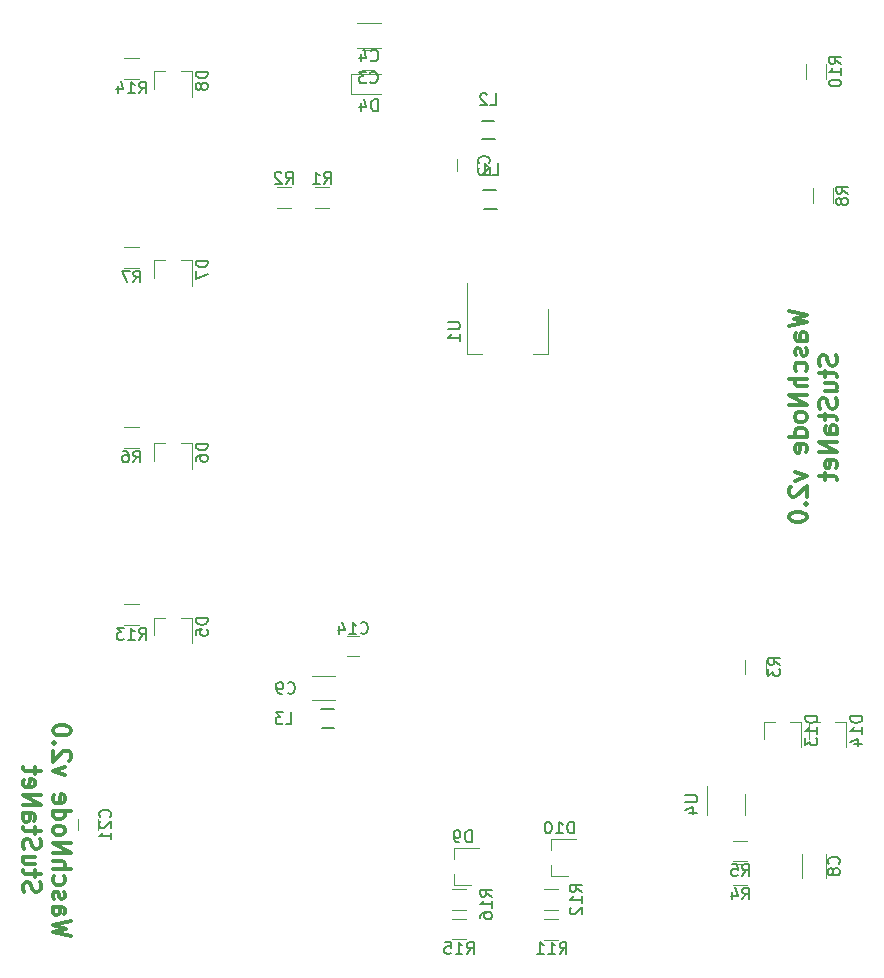
<source format=gbr>
G04 #@! TF.GenerationSoftware,KiCad,Pcbnew,5.0.0*
G04 #@! TF.CreationDate,2018-07-21T14:27:13+02:00*
G04 #@! TF.ProjectId,node_1,6E6F64655F312E6B696361645F706362,rev?*
G04 #@! TF.SameCoordinates,Original*
G04 #@! TF.FileFunction,Legend,Bot*
G04 #@! TF.FilePolarity,Positive*
%FSLAX46Y46*%
G04 Gerber Fmt 4.6, Leading zero omitted, Abs format (unit mm)*
G04 Created by KiCad (PCBNEW 5.0.0) date Sat Jul 21 14:27:13 2018*
%MOMM*%
%LPD*%
G01*
G04 APERTURE LIST*
%ADD10C,0.300000*%
%ADD11C,0.120000*%
%ADD12C,0.150000*%
G04 APERTURE END LIST*
D10*
X79903571Y-44035714D02*
X81403571Y-44392857D01*
X80332142Y-44678571D01*
X81403571Y-44964285D01*
X79903571Y-45321428D01*
X81403571Y-46535714D02*
X80617857Y-46535714D01*
X80475000Y-46464285D01*
X80403571Y-46321428D01*
X80403571Y-46035714D01*
X80475000Y-45892857D01*
X81332142Y-46535714D02*
X81403571Y-46392857D01*
X81403571Y-46035714D01*
X81332142Y-45892857D01*
X81189285Y-45821428D01*
X81046428Y-45821428D01*
X80903571Y-45892857D01*
X80832142Y-46035714D01*
X80832142Y-46392857D01*
X80760714Y-46535714D01*
X81332142Y-47178571D02*
X81403571Y-47321428D01*
X81403571Y-47607142D01*
X81332142Y-47750000D01*
X81189285Y-47821428D01*
X81117857Y-47821428D01*
X80975000Y-47750000D01*
X80903571Y-47607142D01*
X80903571Y-47392857D01*
X80832142Y-47250000D01*
X80689285Y-47178571D01*
X80617857Y-47178571D01*
X80475000Y-47250000D01*
X80403571Y-47392857D01*
X80403571Y-47607142D01*
X80475000Y-47750000D01*
X81332142Y-49107142D02*
X81403571Y-48964285D01*
X81403571Y-48678571D01*
X81332142Y-48535714D01*
X81260714Y-48464285D01*
X81117857Y-48392857D01*
X80689285Y-48392857D01*
X80546428Y-48464285D01*
X80475000Y-48535714D01*
X80403571Y-48678571D01*
X80403571Y-48964285D01*
X80475000Y-49107142D01*
X81403571Y-49750000D02*
X79903571Y-49750000D01*
X81403571Y-50392857D02*
X80617857Y-50392857D01*
X80475000Y-50321428D01*
X80403571Y-50178571D01*
X80403571Y-49964285D01*
X80475000Y-49821428D01*
X80546428Y-49750000D01*
X81403571Y-51107142D02*
X79903571Y-51107142D01*
X81403571Y-51964285D01*
X79903571Y-51964285D01*
X81403571Y-52892857D02*
X81332142Y-52750000D01*
X81260714Y-52678571D01*
X81117857Y-52607142D01*
X80689285Y-52607142D01*
X80546428Y-52678571D01*
X80475000Y-52750000D01*
X80403571Y-52892857D01*
X80403571Y-53107142D01*
X80475000Y-53250000D01*
X80546428Y-53321428D01*
X80689285Y-53392857D01*
X81117857Y-53392857D01*
X81260714Y-53321428D01*
X81332142Y-53250000D01*
X81403571Y-53107142D01*
X81403571Y-52892857D01*
X81403571Y-54678571D02*
X79903571Y-54678571D01*
X81332142Y-54678571D02*
X81403571Y-54535714D01*
X81403571Y-54250000D01*
X81332142Y-54107142D01*
X81260714Y-54035714D01*
X81117857Y-53964285D01*
X80689285Y-53964285D01*
X80546428Y-54035714D01*
X80475000Y-54107142D01*
X80403571Y-54250000D01*
X80403571Y-54535714D01*
X80475000Y-54678571D01*
X81332142Y-55964285D02*
X81403571Y-55821428D01*
X81403571Y-55535714D01*
X81332142Y-55392857D01*
X81189285Y-55321428D01*
X80617857Y-55321428D01*
X80475000Y-55392857D01*
X80403571Y-55535714D01*
X80403571Y-55821428D01*
X80475000Y-55964285D01*
X80617857Y-56035714D01*
X80760714Y-56035714D01*
X80903571Y-55321428D01*
X80403571Y-57678571D02*
X81403571Y-58035714D01*
X80403571Y-58392857D01*
X80046428Y-58892857D02*
X79975000Y-58964285D01*
X79903571Y-59107142D01*
X79903571Y-59464285D01*
X79975000Y-59607142D01*
X80046428Y-59678571D01*
X80189285Y-59750000D01*
X80332142Y-59750000D01*
X80546428Y-59678571D01*
X81403571Y-58821428D01*
X81403571Y-59750000D01*
X81260714Y-60392857D02*
X81332142Y-60464285D01*
X81403571Y-60392857D01*
X81332142Y-60321428D01*
X81260714Y-60392857D01*
X81403571Y-60392857D01*
X79903571Y-61392857D02*
X79903571Y-61535714D01*
X79975000Y-61678571D01*
X80046428Y-61750000D01*
X80189285Y-61821428D01*
X80475000Y-61892857D01*
X80832142Y-61892857D01*
X81117857Y-61821428D01*
X81260714Y-61750000D01*
X81332142Y-61678571D01*
X81403571Y-61535714D01*
X81403571Y-61392857D01*
X81332142Y-61250000D01*
X81260714Y-61178571D01*
X81117857Y-61107142D01*
X80832142Y-61035714D01*
X80475000Y-61035714D01*
X80189285Y-61107142D01*
X80046428Y-61178571D01*
X79975000Y-61250000D01*
X79903571Y-61392857D01*
X83882142Y-47785714D02*
X83953571Y-48000000D01*
X83953571Y-48357142D01*
X83882142Y-48500000D01*
X83810714Y-48571428D01*
X83667857Y-48642857D01*
X83525000Y-48642857D01*
X83382142Y-48571428D01*
X83310714Y-48500000D01*
X83239285Y-48357142D01*
X83167857Y-48071428D01*
X83096428Y-47928571D01*
X83025000Y-47857142D01*
X82882142Y-47785714D01*
X82739285Y-47785714D01*
X82596428Y-47857142D01*
X82525000Y-47928571D01*
X82453571Y-48071428D01*
X82453571Y-48428571D01*
X82525000Y-48642857D01*
X82953571Y-49071428D02*
X82953571Y-49642857D01*
X82453571Y-49285714D02*
X83739285Y-49285714D01*
X83882142Y-49357142D01*
X83953571Y-49500000D01*
X83953571Y-49642857D01*
X82953571Y-50785714D02*
X83953571Y-50785714D01*
X82953571Y-50142857D02*
X83739285Y-50142857D01*
X83882142Y-50214285D01*
X83953571Y-50357142D01*
X83953571Y-50571428D01*
X83882142Y-50714285D01*
X83810714Y-50785714D01*
X83882142Y-51428571D02*
X83953571Y-51642857D01*
X83953571Y-52000000D01*
X83882142Y-52142857D01*
X83810714Y-52214285D01*
X83667857Y-52285714D01*
X83525000Y-52285714D01*
X83382142Y-52214285D01*
X83310714Y-52142857D01*
X83239285Y-52000000D01*
X83167857Y-51714285D01*
X83096428Y-51571428D01*
X83025000Y-51500000D01*
X82882142Y-51428571D01*
X82739285Y-51428571D01*
X82596428Y-51500000D01*
X82525000Y-51571428D01*
X82453571Y-51714285D01*
X82453571Y-52071428D01*
X82525000Y-52285714D01*
X82953571Y-52714285D02*
X82953571Y-53285714D01*
X82453571Y-52928571D02*
X83739285Y-52928571D01*
X83882142Y-53000000D01*
X83953571Y-53142857D01*
X83953571Y-53285714D01*
X83953571Y-54428571D02*
X83167857Y-54428571D01*
X83025000Y-54357142D01*
X82953571Y-54214285D01*
X82953571Y-53928571D01*
X83025000Y-53785714D01*
X83882142Y-54428571D02*
X83953571Y-54285714D01*
X83953571Y-53928571D01*
X83882142Y-53785714D01*
X83739285Y-53714285D01*
X83596428Y-53714285D01*
X83453571Y-53785714D01*
X83382142Y-53928571D01*
X83382142Y-54285714D01*
X83310714Y-54428571D01*
X83953571Y-55142857D02*
X82453571Y-55142857D01*
X83953571Y-56000000D01*
X82453571Y-56000000D01*
X83882142Y-57285714D02*
X83953571Y-57142857D01*
X83953571Y-56857142D01*
X83882142Y-56714285D01*
X83739285Y-56642857D01*
X83167857Y-56642857D01*
X83025000Y-56714285D01*
X82953571Y-56857142D01*
X82953571Y-57142857D01*
X83025000Y-57285714D01*
X83167857Y-57357142D01*
X83310714Y-57357142D01*
X83453571Y-56642857D01*
X82953571Y-57785714D02*
X82953571Y-58357142D01*
X82453571Y-58000000D02*
X83739285Y-58000000D01*
X83882142Y-58071428D01*
X83953571Y-58214285D01*
X83953571Y-58357142D01*
X19096428Y-96964285D02*
X17596428Y-96607142D01*
X18667857Y-96321428D01*
X17596428Y-96035714D01*
X19096428Y-95678571D01*
X17596428Y-94464285D02*
X18382142Y-94464285D01*
X18525000Y-94535714D01*
X18596428Y-94678571D01*
X18596428Y-94964285D01*
X18525000Y-95107142D01*
X17667857Y-94464285D02*
X17596428Y-94607142D01*
X17596428Y-94964285D01*
X17667857Y-95107142D01*
X17810714Y-95178571D01*
X17953571Y-95178571D01*
X18096428Y-95107142D01*
X18167857Y-94964285D01*
X18167857Y-94607142D01*
X18239285Y-94464285D01*
X17667857Y-93821428D02*
X17596428Y-93678571D01*
X17596428Y-93392857D01*
X17667857Y-93250000D01*
X17810714Y-93178571D01*
X17882142Y-93178571D01*
X18025000Y-93250000D01*
X18096428Y-93392857D01*
X18096428Y-93607142D01*
X18167857Y-93750000D01*
X18310714Y-93821428D01*
X18382142Y-93821428D01*
X18525000Y-93750000D01*
X18596428Y-93607142D01*
X18596428Y-93392857D01*
X18525000Y-93250000D01*
X17667857Y-91892857D02*
X17596428Y-92035714D01*
X17596428Y-92321428D01*
X17667857Y-92464285D01*
X17739285Y-92535714D01*
X17882142Y-92607142D01*
X18310714Y-92607142D01*
X18453571Y-92535714D01*
X18525000Y-92464285D01*
X18596428Y-92321428D01*
X18596428Y-92035714D01*
X18525000Y-91892857D01*
X17596428Y-91250000D02*
X19096428Y-91250000D01*
X17596428Y-90607142D02*
X18382142Y-90607142D01*
X18525000Y-90678571D01*
X18596428Y-90821428D01*
X18596428Y-91035714D01*
X18525000Y-91178571D01*
X18453571Y-91250000D01*
X17596428Y-89892857D02*
X19096428Y-89892857D01*
X17596428Y-89035714D01*
X19096428Y-89035714D01*
X17596428Y-88107142D02*
X17667857Y-88250000D01*
X17739285Y-88321428D01*
X17882142Y-88392857D01*
X18310714Y-88392857D01*
X18453571Y-88321428D01*
X18525000Y-88250000D01*
X18596428Y-88107142D01*
X18596428Y-87892857D01*
X18525000Y-87750000D01*
X18453571Y-87678571D01*
X18310714Y-87607142D01*
X17882142Y-87607142D01*
X17739285Y-87678571D01*
X17667857Y-87750000D01*
X17596428Y-87892857D01*
X17596428Y-88107142D01*
X17596428Y-86321428D02*
X19096428Y-86321428D01*
X17667857Y-86321428D02*
X17596428Y-86464285D01*
X17596428Y-86750000D01*
X17667857Y-86892857D01*
X17739285Y-86964285D01*
X17882142Y-87035714D01*
X18310714Y-87035714D01*
X18453571Y-86964285D01*
X18525000Y-86892857D01*
X18596428Y-86750000D01*
X18596428Y-86464285D01*
X18525000Y-86321428D01*
X17667857Y-85035714D02*
X17596428Y-85178571D01*
X17596428Y-85464285D01*
X17667857Y-85607142D01*
X17810714Y-85678571D01*
X18382142Y-85678571D01*
X18525000Y-85607142D01*
X18596428Y-85464285D01*
X18596428Y-85178571D01*
X18525000Y-85035714D01*
X18382142Y-84964285D01*
X18239285Y-84964285D01*
X18096428Y-85678571D01*
X18596428Y-83321428D02*
X17596428Y-82964285D01*
X18596428Y-82607142D01*
X18953571Y-82107142D02*
X19025000Y-82035714D01*
X19096428Y-81892857D01*
X19096428Y-81535714D01*
X19025000Y-81392857D01*
X18953571Y-81321428D01*
X18810714Y-81250000D01*
X18667857Y-81250000D01*
X18453571Y-81321428D01*
X17596428Y-82178571D01*
X17596428Y-81250000D01*
X17739285Y-80607142D02*
X17667857Y-80535714D01*
X17596428Y-80607142D01*
X17667857Y-80678571D01*
X17739285Y-80607142D01*
X17596428Y-80607142D01*
X19096428Y-79607142D02*
X19096428Y-79464285D01*
X19025000Y-79321428D01*
X18953571Y-79250000D01*
X18810714Y-79178571D01*
X18525000Y-79107142D01*
X18167857Y-79107142D01*
X17882142Y-79178571D01*
X17739285Y-79250000D01*
X17667857Y-79321428D01*
X17596428Y-79464285D01*
X17596428Y-79607142D01*
X17667857Y-79750000D01*
X17739285Y-79821428D01*
X17882142Y-79892857D01*
X18167857Y-79964285D01*
X18525000Y-79964285D01*
X18810714Y-79892857D01*
X18953571Y-79821428D01*
X19025000Y-79750000D01*
X19096428Y-79607142D01*
X15117857Y-93214285D02*
X15046428Y-93000000D01*
X15046428Y-92642857D01*
X15117857Y-92500000D01*
X15189285Y-92428571D01*
X15332142Y-92357142D01*
X15475000Y-92357142D01*
X15617857Y-92428571D01*
X15689285Y-92500000D01*
X15760714Y-92642857D01*
X15832142Y-92928571D01*
X15903571Y-93071428D01*
X15975000Y-93142857D01*
X16117857Y-93214285D01*
X16260714Y-93214285D01*
X16403571Y-93142857D01*
X16475000Y-93071428D01*
X16546428Y-92928571D01*
X16546428Y-92571428D01*
X16475000Y-92357142D01*
X16046428Y-91928571D02*
X16046428Y-91357142D01*
X16546428Y-91714285D02*
X15260714Y-91714285D01*
X15117857Y-91642857D01*
X15046428Y-91500000D01*
X15046428Y-91357142D01*
X16046428Y-90214285D02*
X15046428Y-90214285D01*
X16046428Y-90857142D02*
X15260714Y-90857142D01*
X15117857Y-90785714D01*
X15046428Y-90642857D01*
X15046428Y-90428571D01*
X15117857Y-90285714D01*
X15189285Y-90214285D01*
X15117857Y-89571428D02*
X15046428Y-89357142D01*
X15046428Y-89000000D01*
X15117857Y-88857142D01*
X15189285Y-88785714D01*
X15332142Y-88714285D01*
X15475000Y-88714285D01*
X15617857Y-88785714D01*
X15689285Y-88857142D01*
X15760714Y-89000000D01*
X15832142Y-89285714D01*
X15903571Y-89428571D01*
X15975000Y-89500000D01*
X16117857Y-89571428D01*
X16260714Y-89571428D01*
X16403571Y-89500000D01*
X16475000Y-89428571D01*
X16546428Y-89285714D01*
X16546428Y-88928571D01*
X16475000Y-88714285D01*
X16046428Y-88285714D02*
X16046428Y-87714285D01*
X16546428Y-88071428D02*
X15260714Y-88071428D01*
X15117857Y-88000000D01*
X15046428Y-87857142D01*
X15046428Y-87714285D01*
X15046428Y-86571428D02*
X15832142Y-86571428D01*
X15975000Y-86642857D01*
X16046428Y-86785714D01*
X16046428Y-87071428D01*
X15975000Y-87214285D01*
X15117857Y-86571428D02*
X15046428Y-86714285D01*
X15046428Y-87071428D01*
X15117857Y-87214285D01*
X15260714Y-87285714D01*
X15403571Y-87285714D01*
X15546428Y-87214285D01*
X15617857Y-87071428D01*
X15617857Y-86714285D01*
X15689285Y-86571428D01*
X15046428Y-85857142D02*
X16546428Y-85857142D01*
X15046428Y-85000000D01*
X16546428Y-85000000D01*
X15117857Y-83714285D02*
X15046428Y-83857142D01*
X15046428Y-84142857D01*
X15117857Y-84285714D01*
X15260714Y-84357142D01*
X15832142Y-84357142D01*
X15975000Y-84285714D01*
X16046428Y-84142857D01*
X16046428Y-83857142D01*
X15975000Y-83714285D01*
X15832142Y-83642857D01*
X15689285Y-83642857D01*
X15546428Y-84357142D01*
X16046428Y-83214285D02*
X16046428Y-82642857D01*
X16546428Y-83000000D02*
X15260714Y-83000000D01*
X15117857Y-82928571D01*
X15046428Y-82785714D01*
X15046428Y-82642857D01*
D11*
G04 #@! TO.C,C2*
X53500000Y-31200000D02*
X53500000Y-32200000D01*
X51800000Y-32200000D02*
X51800000Y-31200000D01*
G04 #@! TO.C,C3*
X44798649Y-23650426D02*
X43798649Y-23650426D01*
X43798649Y-21950426D02*
X44798649Y-21950426D01*
G04 #@! TO.C,C4*
X45348649Y-21720426D02*
X43348649Y-21720426D01*
X43348649Y-19680426D02*
X45348649Y-19680426D01*
G04 #@! TO.C,C8*
X83020000Y-90000000D02*
X83020000Y-92000000D01*
X80980000Y-92000000D02*
X80980000Y-90000000D01*
G04 #@! TO.C,C9*
X39500000Y-74930000D02*
X41500000Y-74930000D01*
X41500000Y-76970000D02*
X39500000Y-76970000D01*
G04 #@! TO.C,C14*
X42500000Y-71575000D02*
X43500000Y-71575000D01*
X43500000Y-73275000D02*
X42500000Y-73275000D01*
G04 #@! TO.C,D4*
X42848649Y-25650426D02*
X42848649Y-23950426D01*
X42848649Y-23950426D02*
X45398649Y-23950426D01*
X42848649Y-25650426D02*
X45398649Y-25650426D01*
G04 #@! TO.C,D5*
X26170000Y-69990000D02*
X27100000Y-69990000D01*
X29330000Y-69990000D02*
X28400000Y-69990000D01*
X29330000Y-69990000D02*
X29330000Y-72150000D01*
X26170000Y-69990000D02*
X26170000Y-71450000D01*
G04 #@! TO.C,D6*
X26170000Y-55240000D02*
X27100000Y-55240000D01*
X29330000Y-55240000D02*
X28400000Y-55240000D01*
X29330000Y-55240000D02*
X29330000Y-57400000D01*
X26170000Y-55240000D02*
X26170000Y-56700000D01*
G04 #@! TO.C,D7*
X26170000Y-39740000D02*
X27100000Y-39740000D01*
X29330000Y-39740000D02*
X28400000Y-39740000D01*
X29330000Y-39740000D02*
X29330000Y-41900000D01*
X26170000Y-39740000D02*
X26170000Y-41200000D01*
G04 #@! TO.C,D8*
X26170000Y-23740000D02*
X27100000Y-23740000D01*
X29330000Y-23740000D02*
X28400000Y-23740000D01*
X29330000Y-23740000D02*
X29330000Y-25900000D01*
X26170000Y-23740000D02*
X26170000Y-25200000D01*
D12*
G04 #@! TO.C,L2*
X55001180Y-29500100D02*
X53949620Y-29500100D01*
X53898820Y-27899900D02*
X54950380Y-27899900D01*
D11*
G04 #@! TO.C,U1*
X59510000Y-47660000D02*
X58250000Y-47660000D01*
X52690000Y-47660000D02*
X53950000Y-47660000D01*
X59510000Y-43900000D02*
X59510000Y-47660000D01*
X52690000Y-41650000D02*
X52690000Y-47660000D01*
G04 #@! TO.C,D9*
X51540000Y-92630000D02*
X51540000Y-91700000D01*
X51540000Y-89470000D02*
X51540000Y-90400000D01*
X51540000Y-89470000D02*
X53700000Y-89470000D01*
X51540000Y-92630000D02*
X53000000Y-92630000D01*
G04 #@! TO.C,D10*
X59740000Y-91880000D02*
X59740000Y-90950000D01*
X59740000Y-88720000D02*
X59740000Y-89650000D01*
X59740000Y-88720000D02*
X61900000Y-88720000D01*
X59740000Y-91880000D02*
X61200000Y-91880000D01*
D12*
G04 #@! TO.C,L1*
X55152040Y-35400100D02*
X54100480Y-35400100D01*
X54049680Y-33799900D02*
X55101240Y-33799900D01*
G04 #@! TO.C,L3*
X40298820Y-77699900D02*
X41350380Y-77699900D01*
X41401180Y-79300100D02*
X40349620Y-79300100D01*
D11*
G04 #@! TO.C,R1*
X39800000Y-35330000D02*
X41000000Y-35330000D01*
X41000000Y-33570000D02*
X39800000Y-33570000D01*
G04 #@! TO.C,R2*
X36550000Y-35330000D02*
X37750000Y-35330000D01*
X37750000Y-33570000D02*
X36550000Y-33570000D01*
G04 #@! TO.C,R3*
X76170000Y-73550000D02*
X76170000Y-74750000D01*
X77930000Y-74750000D02*
X77930000Y-73550000D01*
G04 #@! TO.C,R4*
X76400000Y-90870000D02*
X75200000Y-90870000D01*
X75200000Y-92630000D02*
X76400000Y-92630000D01*
G04 #@! TO.C,R5*
X76400000Y-88870000D02*
X75200000Y-88870000D01*
X75200000Y-90630000D02*
X76400000Y-90630000D01*
G04 #@! TO.C,R6*
X24850000Y-53870000D02*
X23650000Y-53870000D01*
X23650000Y-55630000D02*
X24850000Y-55630000D01*
G04 #@! TO.C,R7*
X24850000Y-38620000D02*
X23650000Y-38620000D01*
X23650000Y-40380000D02*
X24850000Y-40380000D01*
G04 #@! TO.C,R8*
X81920000Y-33650000D02*
X81920000Y-34850000D01*
X83680000Y-34850000D02*
X83680000Y-33650000D01*
G04 #@! TO.C,R10*
X81320000Y-23150000D02*
X81320000Y-24350000D01*
X83080000Y-24350000D02*
X83080000Y-23150000D01*
G04 #@! TO.C,R11*
X59150000Y-97280000D02*
X60350000Y-97280000D01*
X60350000Y-95520000D02*
X59150000Y-95520000D01*
G04 #@! TO.C,R12*
X59150000Y-94730000D02*
X60350000Y-94730000D01*
X60350000Y-92970000D02*
X59150000Y-92970000D01*
G04 #@! TO.C,R13*
X24850000Y-68870000D02*
X23650000Y-68870000D01*
X23650000Y-70630000D02*
X24850000Y-70630000D01*
G04 #@! TO.C,R14*
X24850000Y-22620000D02*
X23650000Y-22620000D01*
X23650000Y-24380000D02*
X24850000Y-24380000D01*
G04 #@! TO.C,R15*
X51350000Y-97230000D02*
X52550000Y-97230000D01*
X52550000Y-95470000D02*
X51350000Y-95470000D01*
G04 #@! TO.C,R16*
X51350000Y-94730000D02*
X52550000Y-94730000D01*
X52550000Y-92970000D02*
X51350000Y-92970000D01*
G04 #@! TO.C,U4*
X76210000Y-84900000D02*
X76210000Y-86700000D01*
X72990000Y-86700000D02*
X72990000Y-84250000D01*
G04 #@! TO.C,C21*
X21425000Y-87000000D02*
X21425000Y-88000000D01*
X19725000Y-88000000D02*
X19725000Y-87000000D01*
G04 #@! TO.C,D13*
X77770000Y-78790000D02*
X77770000Y-80250000D01*
X80930000Y-78790000D02*
X80930000Y-80950000D01*
X80930000Y-78790000D02*
X80000000Y-78790000D01*
X77770000Y-78790000D02*
X78700000Y-78790000D01*
G04 #@! TO.C,D14*
X81570000Y-78790000D02*
X82500000Y-78790000D01*
X84730000Y-78790000D02*
X83800000Y-78790000D01*
X84730000Y-78790000D02*
X84730000Y-80950000D01*
X81570000Y-78790000D02*
X81570000Y-80250000D01*
G04 #@! TO.C,C2*
D12*
X54507142Y-31533333D02*
X54554761Y-31485714D01*
X54602380Y-31342857D01*
X54602380Y-31247619D01*
X54554761Y-31104761D01*
X54459523Y-31009523D01*
X54364285Y-30961904D01*
X54173809Y-30914285D01*
X54030952Y-30914285D01*
X53840476Y-30961904D01*
X53745238Y-31009523D01*
X53650000Y-31104761D01*
X53602380Y-31247619D01*
X53602380Y-31342857D01*
X53650000Y-31485714D01*
X53697619Y-31533333D01*
X53697619Y-31914285D02*
X53650000Y-31961904D01*
X53602380Y-32057142D01*
X53602380Y-32295238D01*
X53650000Y-32390476D01*
X53697619Y-32438095D01*
X53792857Y-32485714D01*
X53888095Y-32485714D01*
X54030952Y-32438095D01*
X54602380Y-31866666D01*
X54602380Y-32485714D01*
G04 #@! TO.C,C3*
X44465315Y-24657568D02*
X44512934Y-24705187D01*
X44655791Y-24752806D01*
X44751029Y-24752806D01*
X44893887Y-24705187D01*
X44989125Y-24609949D01*
X45036744Y-24514711D01*
X45084363Y-24324235D01*
X45084363Y-24181378D01*
X45036744Y-23990902D01*
X44989125Y-23895664D01*
X44893887Y-23800426D01*
X44751029Y-23752806D01*
X44655791Y-23752806D01*
X44512934Y-23800426D01*
X44465315Y-23848045D01*
X44131982Y-23752806D02*
X43512934Y-23752806D01*
X43846268Y-24133759D01*
X43703410Y-24133759D01*
X43608172Y-24181378D01*
X43560553Y-24228997D01*
X43512934Y-24324235D01*
X43512934Y-24562330D01*
X43560553Y-24657568D01*
X43608172Y-24705187D01*
X43703410Y-24752806D01*
X43989125Y-24752806D01*
X44084363Y-24705187D01*
X44131982Y-24657568D01*
G04 #@! TO.C,C4*
X44515315Y-22807568D02*
X44562934Y-22855187D01*
X44705791Y-22902806D01*
X44801029Y-22902806D01*
X44943887Y-22855187D01*
X45039125Y-22759949D01*
X45086744Y-22664711D01*
X45134363Y-22474235D01*
X45134363Y-22331378D01*
X45086744Y-22140902D01*
X45039125Y-22045664D01*
X44943887Y-21950426D01*
X44801029Y-21902806D01*
X44705791Y-21902806D01*
X44562934Y-21950426D01*
X44515315Y-21998045D01*
X43658172Y-22236140D02*
X43658172Y-22902806D01*
X43896268Y-21855187D02*
X44134363Y-22569473D01*
X43515315Y-22569473D01*
G04 #@! TO.C,C8*
X84107142Y-90833333D02*
X84154761Y-90785714D01*
X84202380Y-90642857D01*
X84202380Y-90547619D01*
X84154761Y-90404761D01*
X84059523Y-90309523D01*
X83964285Y-90261904D01*
X83773809Y-90214285D01*
X83630952Y-90214285D01*
X83440476Y-90261904D01*
X83345238Y-90309523D01*
X83250000Y-90404761D01*
X83202380Y-90547619D01*
X83202380Y-90642857D01*
X83250000Y-90785714D01*
X83297619Y-90833333D01*
X83630952Y-91404761D02*
X83583333Y-91309523D01*
X83535714Y-91261904D01*
X83440476Y-91214285D01*
X83392857Y-91214285D01*
X83297619Y-91261904D01*
X83250000Y-91309523D01*
X83202380Y-91404761D01*
X83202380Y-91595238D01*
X83250000Y-91690476D01*
X83297619Y-91738095D01*
X83392857Y-91785714D01*
X83440476Y-91785714D01*
X83535714Y-91738095D01*
X83583333Y-91690476D01*
X83630952Y-91595238D01*
X83630952Y-91404761D01*
X83678571Y-91309523D01*
X83726190Y-91261904D01*
X83821428Y-91214285D01*
X84011904Y-91214285D01*
X84107142Y-91261904D01*
X84154761Y-91309523D01*
X84202380Y-91404761D01*
X84202380Y-91595238D01*
X84154761Y-91690476D01*
X84107142Y-91738095D01*
X84011904Y-91785714D01*
X83821428Y-91785714D01*
X83726190Y-91738095D01*
X83678571Y-91690476D01*
X83630952Y-91595238D01*
G04 #@! TO.C,C9*
X37466666Y-76357142D02*
X37514285Y-76404761D01*
X37657142Y-76452380D01*
X37752380Y-76452380D01*
X37895238Y-76404761D01*
X37990476Y-76309523D01*
X38038095Y-76214285D01*
X38085714Y-76023809D01*
X38085714Y-75880952D01*
X38038095Y-75690476D01*
X37990476Y-75595238D01*
X37895238Y-75500000D01*
X37752380Y-75452380D01*
X37657142Y-75452380D01*
X37514285Y-75500000D01*
X37466666Y-75547619D01*
X36990476Y-76452380D02*
X36800000Y-76452380D01*
X36704761Y-76404761D01*
X36657142Y-76357142D01*
X36561904Y-76214285D01*
X36514285Y-76023809D01*
X36514285Y-75642857D01*
X36561904Y-75547619D01*
X36609523Y-75500000D01*
X36704761Y-75452380D01*
X36895238Y-75452380D01*
X36990476Y-75500000D01*
X37038095Y-75547619D01*
X37085714Y-75642857D01*
X37085714Y-75880952D01*
X37038095Y-75976190D01*
X36990476Y-76023809D01*
X36895238Y-76071428D01*
X36704761Y-76071428D01*
X36609523Y-76023809D01*
X36561904Y-75976190D01*
X36514285Y-75880952D01*
G04 #@! TO.C,C14*
X43642857Y-71282142D02*
X43690476Y-71329761D01*
X43833333Y-71377380D01*
X43928571Y-71377380D01*
X44071428Y-71329761D01*
X44166666Y-71234523D01*
X44214285Y-71139285D01*
X44261904Y-70948809D01*
X44261904Y-70805952D01*
X44214285Y-70615476D01*
X44166666Y-70520238D01*
X44071428Y-70425000D01*
X43928571Y-70377380D01*
X43833333Y-70377380D01*
X43690476Y-70425000D01*
X43642857Y-70472619D01*
X42690476Y-71377380D02*
X43261904Y-71377380D01*
X42976190Y-71377380D02*
X42976190Y-70377380D01*
X43071428Y-70520238D01*
X43166666Y-70615476D01*
X43261904Y-70663095D01*
X41833333Y-70710714D02*
X41833333Y-71377380D01*
X42071428Y-70329761D02*
X42309523Y-71044047D01*
X41690476Y-71044047D01*
G04 #@! TO.C,D4*
X45086744Y-27102806D02*
X45086744Y-26102806D01*
X44848649Y-26102806D01*
X44705791Y-26150426D01*
X44610553Y-26245664D01*
X44562934Y-26340902D01*
X44515315Y-26531378D01*
X44515315Y-26674235D01*
X44562934Y-26864711D01*
X44610553Y-26959949D01*
X44705791Y-27055187D01*
X44848649Y-27102806D01*
X45086744Y-27102806D01*
X43658172Y-26436140D02*
X43658172Y-27102806D01*
X43896268Y-26055187D02*
X44134363Y-26769473D01*
X43515315Y-26769473D01*
G04 #@! TO.C,D5*
X30702380Y-70011904D02*
X29702380Y-70011904D01*
X29702380Y-70250000D01*
X29750000Y-70392857D01*
X29845238Y-70488095D01*
X29940476Y-70535714D01*
X30130952Y-70583333D01*
X30273809Y-70583333D01*
X30464285Y-70535714D01*
X30559523Y-70488095D01*
X30654761Y-70392857D01*
X30702380Y-70250000D01*
X30702380Y-70011904D01*
X29702380Y-71488095D02*
X29702380Y-71011904D01*
X30178571Y-70964285D01*
X30130952Y-71011904D01*
X30083333Y-71107142D01*
X30083333Y-71345238D01*
X30130952Y-71440476D01*
X30178571Y-71488095D01*
X30273809Y-71535714D01*
X30511904Y-71535714D01*
X30607142Y-71488095D01*
X30654761Y-71440476D01*
X30702380Y-71345238D01*
X30702380Y-71107142D01*
X30654761Y-71011904D01*
X30607142Y-70964285D01*
G04 #@! TO.C,D6*
X30702380Y-55261904D02*
X29702380Y-55261904D01*
X29702380Y-55500000D01*
X29750000Y-55642857D01*
X29845238Y-55738095D01*
X29940476Y-55785714D01*
X30130952Y-55833333D01*
X30273809Y-55833333D01*
X30464285Y-55785714D01*
X30559523Y-55738095D01*
X30654761Y-55642857D01*
X30702380Y-55500000D01*
X30702380Y-55261904D01*
X29702380Y-56690476D02*
X29702380Y-56500000D01*
X29750000Y-56404761D01*
X29797619Y-56357142D01*
X29940476Y-56261904D01*
X30130952Y-56214285D01*
X30511904Y-56214285D01*
X30607142Y-56261904D01*
X30654761Y-56309523D01*
X30702380Y-56404761D01*
X30702380Y-56595238D01*
X30654761Y-56690476D01*
X30607142Y-56738095D01*
X30511904Y-56785714D01*
X30273809Y-56785714D01*
X30178571Y-56738095D01*
X30130952Y-56690476D01*
X30083333Y-56595238D01*
X30083333Y-56404761D01*
X30130952Y-56309523D01*
X30178571Y-56261904D01*
X30273809Y-56214285D01*
G04 #@! TO.C,D7*
X30702380Y-39761904D02*
X29702380Y-39761904D01*
X29702380Y-40000000D01*
X29750000Y-40142857D01*
X29845238Y-40238095D01*
X29940476Y-40285714D01*
X30130952Y-40333333D01*
X30273809Y-40333333D01*
X30464285Y-40285714D01*
X30559523Y-40238095D01*
X30654761Y-40142857D01*
X30702380Y-40000000D01*
X30702380Y-39761904D01*
X29702380Y-40666666D02*
X29702380Y-41333333D01*
X30702380Y-40904761D01*
G04 #@! TO.C,D8*
X30702380Y-23761904D02*
X29702380Y-23761904D01*
X29702380Y-24000000D01*
X29750000Y-24142857D01*
X29845238Y-24238095D01*
X29940476Y-24285714D01*
X30130952Y-24333333D01*
X30273809Y-24333333D01*
X30464285Y-24285714D01*
X30559523Y-24238095D01*
X30654761Y-24142857D01*
X30702380Y-24000000D01*
X30702380Y-23761904D01*
X30130952Y-24904761D02*
X30083333Y-24809523D01*
X30035714Y-24761904D01*
X29940476Y-24714285D01*
X29892857Y-24714285D01*
X29797619Y-24761904D01*
X29750000Y-24809523D01*
X29702380Y-24904761D01*
X29702380Y-25095238D01*
X29750000Y-25190476D01*
X29797619Y-25238095D01*
X29892857Y-25285714D01*
X29940476Y-25285714D01*
X30035714Y-25238095D01*
X30083333Y-25190476D01*
X30130952Y-25095238D01*
X30130952Y-24904761D01*
X30178571Y-24809523D01*
X30226190Y-24761904D01*
X30321428Y-24714285D01*
X30511904Y-24714285D01*
X30607142Y-24761904D01*
X30654761Y-24809523D01*
X30702380Y-24904761D01*
X30702380Y-25095238D01*
X30654761Y-25190476D01*
X30607142Y-25238095D01*
X30511904Y-25285714D01*
X30321428Y-25285714D01*
X30226190Y-25238095D01*
X30178571Y-25190476D01*
X30130952Y-25095238D01*
G04 #@! TO.C,L2*
X54616666Y-26612380D02*
X55092857Y-26612380D01*
X55092857Y-25612380D01*
X54330952Y-25707619D02*
X54283333Y-25660000D01*
X54188095Y-25612380D01*
X53950000Y-25612380D01*
X53854761Y-25660000D01*
X53807142Y-25707619D01*
X53759523Y-25802857D01*
X53759523Y-25898095D01*
X53807142Y-26040952D01*
X54378571Y-26612380D01*
X53759523Y-26612380D01*
G04 #@! TO.C,U1*
X51052380Y-44988095D02*
X51861904Y-44988095D01*
X51957142Y-45035714D01*
X52004761Y-45083333D01*
X52052380Y-45178571D01*
X52052380Y-45369047D01*
X52004761Y-45464285D01*
X51957142Y-45511904D01*
X51861904Y-45559523D01*
X51052380Y-45559523D01*
X52052380Y-46559523D02*
X52052380Y-45988095D01*
X52052380Y-46273809D02*
X51052380Y-46273809D01*
X51195238Y-46178571D01*
X51290476Y-46083333D01*
X51338095Y-45988095D01*
G04 #@! TO.C,D9*
X53038095Y-89002380D02*
X53038095Y-88002380D01*
X52800000Y-88002380D01*
X52657142Y-88050000D01*
X52561904Y-88145238D01*
X52514285Y-88240476D01*
X52466666Y-88430952D01*
X52466666Y-88573809D01*
X52514285Y-88764285D01*
X52561904Y-88859523D01*
X52657142Y-88954761D01*
X52800000Y-89002380D01*
X53038095Y-89002380D01*
X51990476Y-89002380D02*
X51800000Y-89002380D01*
X51704761Y-88954761D01*
X51657142Y-88907142D01*
X51561904Y-88764285D01*
X51514285Y-88573809D01*
X51514285Y-88192857D01*
X51561904Y-88097619D01*
X51609523Y-88050000D01*
X51704761Y-88002380D01*
X51895238Y-88002380D01*
X51990476Y-88050000D01*
X52038095Y-88097619D01*
X52085714Y-88192857D01*
X52085714Y-88430952D01*
X52038095Y-88526190D01*
X51990476Y-88573809D01*
X51895238Y-88621428D01*
X51704761Y-88621428D01*
X51609523Y-88573809D01*
X51561904Y-88526190D01*
X51514285Y-88430952D01*
G04 #@! TO.C,D10*
X61714285Y-88252380D02*
X61714285Y-87252380D01*
X61476190Y-87252380D01*
X61333333Y-87300000D01*
X61238095Y-87395238D01*
X61190476Y-87490476D01*
X61142857Y-87680952D01*
X61142857Y-87823809D01*
X61190476Y-88014285D01*
X61238095Y-88109523D01*
X61333333Y-88204761D01*
X61476190Y-88252380D01*
X61714285Y-88252380D01*
X60190476Y-88252380D02*
X60761904Y-88252380D01*
X60476190Y-88252380D02*
X60476190Y-87252380D01*
X60571428Y-87395238D01*
X60666666Y-87490476D01*
X60761904Y-87538095D01*
X59571428Y-87252380D02*
X59476190Y-87252380D01*
X59380952Y-87300000D01*
X59333333Y-87347619D01*
X59285714Y-87442857D01*
X59238095Y-87633333D01*
X59238095Y-87871428D01*
X59285714Y-88061904D01*
X59333333Y-88157142D01*
X59380952Y-88204761D01*
X59476190Y-88252380D01*
X59571428Y-88252380D01*
X59666666Y-88204761D01*
X59714285Y-88157142D01*
X59761904Y-88061904D01*
X59809523Y-87871428D01*
X59809523Y-87633333D01*
X59761904Y-87442857D01*
X59714285Y-87347619D01*
X59666666Y-87300000D01*
X59571428Y-87252380D01*
G04 #@! TO.C,L1*
X54767526Y-32512380D02*
X55243717Y-32512380D01*
X55243717Y-31512380D01*
X53910383Y-32512380D02*
X54481812Y-32512380D01*
X54196098Y-32512380D02*
X54196098Y-31512380D01*
X54291336Y-31655238D01*
X54386574Y-31750476D01*
X54481812Y-31798095D01*
G04 #@! TO.C,L3*
X37316666Y-79002380D02*
X37792857Y-79002380D01*
X37792857Y-78002380D01*
X37078571Y-78002380D02*
X36459523Y-78002380D01*
X36792857Y-78383333D01*
X36650000Y-78383333D01*
X36554761Y-78430952D01*
X36507142Y-78478571D01*
X36459523Y-78573809D01*
X36459523Y-78811904D01*
X36507142Y-78907142D01*
X36554761Y-78954761D01*
X36650000Y-79002380D01*
X36935714Y-79002380D01*
X37030952Y-78954761D01*
X37078571Y-78907142D01*
G04 #@! TO.C,R1*
X40566666Y-33252380D02*
X40900000Y-32776190D01*
X41138095Y-33252380D02*
X41138095Y-32252380D01*
X40757142Y-32252380D01*
X40661904Y-32300000D01*
X40614285Y-32347619D01*
X40566666Y-32442857D01*
X40566666Y-32585714D01*
X40614285Y-32680952D01*
X40661904Y-32728571D01*
X40757142Y-32776190D01*
X41138095Y-32776190D01*
X39614285Y-33252380D02*
X40185714Y-33252380D01*
X39900000Y-33252380D02*
X39900000Y-32252380D01*
X39995238Y-32395238D01*
X40090476Y-32490476D01*
X40185714Y-32538095D01*
G04 #@! TO.C,R2*
X37316666Y-33252380D02*
X37650000Y-32776190D01*
X37888095Y-33252380D02*
X37888095Y-32252380D01*
X37507142Y-32252380D01*
X37411904Y-32300000D01*
X37364285Y-32347619D01*
X37316666Y-32442857D01*
X37316666Y-32585714D01*
X37364285Y-32680952D01*
X37411904Y-32728571D01*
X37507142Y-32776190D01*
X37888095Y-32776190D01*
X36935714Y-32347619D02*
X36888095Y-32300000D01*
X36792857Y-32252380D01*
X36554761Y-32252380D01*
X36459523Y-32300000D01*
X36411904Y-32347619D01*
X36364285Y-32442857D01*
X36364285Y-32538095D01*
X36411904Y-32680952D01*
X36983333Y-33252380D01*
X36364285Y-33252380D01*
G04 #@! TO.C,R3*
X79152380Y-73983333D02*
X78676190Y-73650000D01*
X79152380Y-73411904D02*
X78152380Y-73411904D01*
X78152380Y-73792857D01*
X78200000Y-73888095D01*
X78247619Y-73935714D01*
X78342857Y-73983333D01*
X78485714Y-73983333D01*
X78580952Y-73935714D01*
X78628571Y-73888095D01*
X78676190Y-73792857D01*
X78676190Y-73411904D01*
X78152380Y-74316666D02*
X78152380Y-74935714D01*
X78533333Y-74602380D01*
X78533333Y-74745238D01*
X78580952Y-74840476D01*
X78628571Y-74888095D01*
X78723809Y-74935714D01*
X78961904Y-74935714D01*
X79057142Y-74888095D01*
X79104761Y-74840476D01*
X79152380Y-74745238D01*
X79152380Y-74459523D01*
X79104761Y-74364285D01*
X79057142Y-74316666D01*
G04 #@! TO.C,R4*
X75966666Y-93852380D02*
X76300000Y-93376190D01*
X76538095Y-93852380D02*
X76538095Y-92852380D01*
X76157142Y-92852380D01*
X76061904Y-92900000D01*
X76014285Y-92947619D01*
X75966666Y-93042857D01*
X75966666Y-93185714D01*
X76014285Y-93280952D01*
X76061904Y-93328571D01*
X76157142Y-93376190D01*
X76538095Y-93376190D01*
X75109523Y-93185714D02*
X75109523Y-93852380D01*
X75347619Y-92804761D02*
X75585714Y-93519047D01*
X74966666Y-93519047D01*
G04 #@! TO.C,R5*
X75966666Y-91852380D02*
X76300000Y-91376190D01*
X76538095Y-91852380D02*
X76538095Y-90852380D01*
X76157142Y-90852380D01*
X76061904Y-90900000D01*
X76014285Y-90947619D01*
X75966666Y-91042857D01*
X75966666Y-91185714D01*
X76014285Y-91280952D01*
X76061904Y-91328571D01*
X76157142Y-91376190D01*
X76538095Y-91376190D01*
X75061904Y-90852380D02*
X75538095Y-90852380D01*
X75585714Y-91328571D01*
X75538095Y-91280952D01*
X75442857Y-91233333D01*
X75204761Y-91233333D01*
X75109523Y-91280952D01*
X75061904Y-91328571D01*
X75014285Y-91423809D01*
X75014285Y-91661904D01*
X75061904Y-91757142D01*
X75109523Y-91804761D01*
X75204761Y-91852380D01*
X75442857Y-91852380D01*
X75538095Y-91804761D01*
X75585714Y-91757142D01*
G04 #@! TO.C,R6*
X24416666Y-56852380D02*
X24750000Y-56376190D01*
X24988095Y-56852380D02*
X24988095Y-55852380D01*
X24607142Y-55852380D01*
X24511904Y-55900000D01*
X24464285Y-55947619D01*
X24416666Y-56042857D01*
X24416666Y-56185714D01*
X24464285Y-56280952D01*
X24511904Y-56328571D01*
X24607142Y-56376190D01*
X24988095Y-56376190D01*
X23559523Y-55852380D02*
X23750000Y-55852380D01*
X23845238Y-55900000D01*
X23892857Y-55947619D01*
X23988095Y-56090476D01*
X24035714Y-56280952D01*
X24035714Y-56661904D01*
X23988095Y-56757142D01*
X23940476Y-56804761D01*
X23845238Y-56852380D01*
X23654761Y-56852380D01*
X23559523Y-56804761D01*
X23511904Y-56757142D01*
X23464285Y-56661904D01*
X23464285Y-56423809D01*
X23511904Y-56328571D01*
X23559523Y-56280952D01*
X23654761Y-56233333D01*
X23845238Y-56233333D01*
X23940476Y-56280952D01*
X23988095Y-56328571D01*
X24035714Y-56423809D01*
G04 #@! TO.C,R7*
X24416666Y-41602380D02*
X24750000Y-41126190D01*
X24988095Y-41602380D02*
X24988095Y-40602380D01*
X24607142Y-40602380D01*
X24511904Y-40650000D01*
X24464285Y-40697619D01*
X24416666Y-40792857D01*
X24416666Y-40935714D01*
X24464285Y-41030952D01*
X24511904Y-41078571D01*
X24607142Y-41126190D01*
X24988095Y-41126190D01*
X24083333Y-40602380D02*
X23416666Y-40602380D01*
X23845238Y-41602380D01*
G04 #@! TO.C,R8*
X84902380Y-34083333D02*
X84426190Y-33750000D01*
X84902380Y-33511904D02*
X83902380Y-33511904D01*
X83902380Y-33892857D01*
X83950000Y-33988095D01*
X83997619Y-34035714D01*
X84092857Y-34083333D01*
X84235714Y-34083333D01*
X84330952Y-34035714D01*
X84378571Y-33988095D01*
X84426190Y-33892857D01*
X84426190Y-33511904D01*
X84330952Y-34654761D02*
X84283333Y-34559523D01*
X84235714Y-34511904D01*
X84140476Y-34464285D01*
X84092857Y-34464285D01*
X83997619Y-34511904D01*
X83950000Y-34559523D01*
X83902380Y-34654761D01*
X83902380Y-34845238D01*
X83950000Y-34940476D01*
X83997619Y-34988095D01*
X84092857Y-35035714D01*
X84140476Y-35035714D01*
X84235714Y-34988095D01*
X84283333Y-34940476D01*
X84330952Y-34845238D01*
X84330952Y-34654761D01*
X84378571Y-34559523D01*
X84426190Y-34511904D01*
X84521428Y-34464285D01*
X84711904Y-34464285D01*
X84807142Y-34511904D01*
X84854761Y-34559523D01*
X84902380Y-34654761D01*
X84902380Y-34845238D01*
X84854761Y-34940476D01*
X84807142Y-34988095D01*
X84711904Y-35035714D01*
X84521428Y-35035714D01*
X84426190Y-34988095D01*
X84378571Y-34940476D01*
X84330952Y-34845238D01*
G04 #@! TO.C,R10*
X84302380Y-23107142D02*
X83826190Y-22773809D01*
X84302380Y-22535714D02*
X83302380Y-22535714D01*
X83302380Y-22916666D01*
X83350000Y-23011904D01*
X83397619Y-23059523D01*
X83492857Y-23107142D01*
X83635714Y-23107142D01*
X83730952Y-23059523D01*
X83778571Y-23011904D01*
X83826190Y-22916666D01*
X83826190Y-22535714D01*
X84302380Y-24059523D02*
X84302380Y-23488095D01*
X84302380Y-23773809D02*
X83302380Y-23773809D01*
X83445238Y-23678571D01*
X83540476Y-23583333D01*
X83588095Y-23488095D01*
X83302380Y-24678571D02*
X83302380Y-24773809D01*
X83350000Y-24869047D01*
X83397619Y-24916666D01*
X83492857Y-24964285D01*
X83683333Y-25011904D01*
X83921428Y-25011904D01*
X84111904Y-24964285D01*
X84207142Y-24916666D01*
X84254761Y-24869047D01*
X84302380Y-24773809D01*
X84302380Y-24678571D01*
X84254761Y-24583333D01*
X84207142Y-24535714D01*
X84111904Y-24488095D01*
X83921428Y-24440476D01*
X83683333Y-24440476D01*
X83492857Y-24488095D01*
X83397619Y-24535714D01*
X83350000Y-24583333D01*
X83302380Y-24678571D01*
G04 #@! TO.C,R11*
X60492857Y-98452380D02*
X60826190Y-97976190D01*
X61064285Y-98452380D02*
X61064285Y-97452380D01*
X60683333Y-97452380D01*
X60588095Y-97500000D01*
X60540476Y-97547619D01*
X60492857Y-97642857D01*
X60492857Y-97785714D01*
X60540476Y-97880952D01*
X60588095Y-97928571D01*
X60683333Y-97976190D01*
X61064285Y-97976190D01*
X59540476Y-98452380D02*
X60111904Y-98452380D01*
X59826190Y-98452380D02*
X59826190Y-97452380D01*
X59921428Y-97595238D01*
X60016666Y-97690476D01*
X60111904Y-97738095D01*
X58588095Y-98452380D02*
X59159523Y-98452380D01*
X58873809Y-98452380D02*
X58873809Y-97452380D01*
X58969047Y-97595238D01*
X59064285Y-97690476D01*
X59159523Y-97738095D01*
G04 #@! TO.C,R12*
X62352380Y-93207142D02*
X61876190Y-92873809D01*
X62352380Y-92635714D02*
X61352380Y-92635714D01*
X61352380Y-93016666D01*
X61400000Y-93111904D01*
X61447619Y-93159523D01*
X61542857Y-93207142D01*
X61685714Y-93207142D01*
X61780952Y-93159523D01*
X61828571Y-93111904D01*
X61876190Y-93016666D01*
X61876190Y-92635714D01*
X62352380Y-94159523D02*
X62352380Y-93588095D01*
X62352380Y-93873809D02*
X61352380Y-93873809D01*
X61495238Y-93778571D01*
X61590476Y-93683333D01*
X61638095Y-93588095D01*
X61447619Y-94540476D02*
X61400000Y-94588095D01*
X61352380Y-94683333D01*
X61352380Y-94921428D01*
X61400000Y-95016666D01*
X61447619Y-95064285D01*
X61542857Y-95111904D01*
X61638095Y-95111904D01*
X61780952Y-95064285D01*
X62352380Y-94492857D01*
X62352380Y-95111904D01*
G04 #@! TO.C,R13*
X24892857Y-71852380D02*
X25226190Y-71376190D01*
X25464285Y-71852380D02*
X25464285Y-70852380D01*
X25083333Y-70852380D01*
X24988095Y-70900000D01*
X24940476Y-70947619D01*
X24892857Y-71042857D01*
X24892857Y-71185714D01*
X24940476Y-71280952D01*
X24988095Y-71328571D01*
X25083333Y-71376190D01*
X25464285Y-71376190D01*
X23940476Y-71852380D02*
X24511904Y-71852380D01*
X24226190Y-71852380D02*
X24226190Y-70852380D01*
X24321428Y-70995238D01*
X24416666Y-71090476D01*
X24511904Y-71138095D01*
X23607142Y-70852380D02*
X22988095Y-70852380D01*
X23321428Y-71233333D01*
X23178571Y-71233333D01*
X23083333Y-71280952D01*
X23035714Y-71328571D01*
X22988095Y-71423809D01*
X22988095Y-71661904D01*
X23035714Y-71757142D01*
X23083333Y-71804761D01*
X23178571Y-71852380D01*
X23464285Y-71852380D01*
X23559523Y-71804761D01*
X23607142Y-71757142D01*
G04 #@! TO.C,R14*
X24892857Y-25602380D02*
X25226190Y-25126190D01*
X25464285Y-25602380D02*
X25464285Y-24602380D01*
X25083333Y-24602380D01*
X24988095Y-24650000D01*
X24940476Y-24697619D01*
X24892857Y-24792857D01*
X24892857Y-24935714D01*
X24940476Y-25030952D01*
X24988095Y-25078571D01*
X25083333Y-25126190D01*
X25464285Y-25126190D01*
X23940476Y-25602380D02*
X24511904Y-25602380D01*
X24226190Y-25602380D02*
X24226190Y-24602380D01*
X24321428Y-24745238D01*
X24416666Y-24840476D01*
X24511904Y-24888095D01*
X23083333Y-24935714D02*
X23083333Y-25602380D01*
X23321428Y-24554761D02*
X23559523Y-25269047D01*
X22940476Y-25269047D01*
G04 #@! TO.C,R15*
X52642857Y-98452380D02*
X52976190Y-97976190D01*
X53214285Y-98452380D02*
X53214285Y-97452380D01*
X52833333Y-97452380D01*
X52738095Y-97500000D01*
X52690476Y-97547619D01*
X52642857Y-97642857D01*
X52642857Y-97785714D01*
X52690476Y-97880952D01*
X52738095Y-97928571D01*
X52833333Y-97976190D01*
X53214285Y-97976190D01*
X51690476Y-98452380D02*
X52261904Y-98452380D01*
X51976190Y-98452380D02*
X51976190Y-97452380D01*
X52071428Y-97595238D01*
X52166666Y-97690476D01*
X52261904Y-97738095D01*
X50785714Y-97452380D02*
X51261904Y-97452380D01*
X51309523Y-97928571D01*
X51261904Y-97880952D01*
X51166666Y-97833333D01*
X50928571Y-97833333D01*
X50833333Y-97880952D01*
X50785714Y-97928571D01*
X50738095Y-98023809D01*
X50738095Y-98261904D01*
X50785714Y-98357142D01*
X50833333Y-98404761D01*
X50928571Y-98452380D01*
X51166666Y-98452380D01*
X51261904Y-98404761D01*
X51309523Y-98357142D01*
G04 #@! TO.C,R16*
X54752380Y-93607142D02*
X54276190Y-93273809D01*
X54752380Y-93035714D02*
X53752380Y-93035714D01*
X53752380Y-93416666D01*
X53800000Y-93511904D01*
X53847619Y-93559523D01*
X53942857Y-93607142D01*
X54085714Y-93607142D01*
X54180952Y-93559523D01*
X54228571Y-93511904D01*
X54276190Y-93416666D01*
X54276190Y-93035714D01*
X54752380Y-94559523D02*
X54752380Y-93988095D01*
X54752380Y-94273809D02*
X53752380Y-94273809D01*
X53895238Y-94178571D01*
X53990476Y-94083333D01*
X54038095Y-93988095D01*
X53752380Y-95416666D02*
X53752380Y-95226190D01*
X53800000Y-95130952D01*
X53847619Y-95083333D01*
X53990476Y-94988095D01*
X54180952Y-94940476D01*
X54561904Y-94940476D01*
X54657142Y-94988095D01*
X54704761Y-95035714D01*
X54752380Y-95130952D01*
X54752380Y-95321428D01*
X54704761Y-95416666D01*
X54657142Y-95464285D01*
X54561904Y-95511904D01*
X54323809Y-95511904D01*
X54228571Y-95464285D01*
X54180952Y-95416666D01*
X54133333Y-95321428D01*
X54133333Y-95130952D01*
X54180952Y-95035714D01*
X54228571Y-94988095D01*
X54323809Y-94940476D01*
G04 #@! TO.C,U4*
X71152380Y-85038095D02*
X71961904Y-85038095D01*
X72057142Y-85085714D01*
X72104761Y-85133333D01*
X72152380Y-85228571D01*
X72152380Y-85419047D01*
X72104761Y-85514285D01*
X72057142Y-85561904D01*
X71961904Y-85609523D01*
X71152380Y-85609523D01*
X71485714Y-86514285D02*
X72152380Y-86514285D01*
X71104761Y-86276190D02*
X71819047Y-86038095D01*
X71819047Y-86657142D01*
G04 #@! TO.C,C21*
X22432142Y-86857142D02*
X22479761Y-86809523D01*
X22527380Y-86666666D01*
X22527380Y-86571428D01*
X22479761Y-86428571D01*
X22384523Y-86333333D01*
X22289285Y-86285714D01*
X22098809Y-86238095D01*
X21955952Y-86238095D01*
X21765476Y-86285714D01*
X21670238Y-86333333D01*
X21575000Y-86428571D01*
X21527380Y-86571428D01*
X21527380Y-86666666D01*
X21575000Y-86809523D01*
X21622619Y-86857142D01*
X21622619Y-87238095D02*
X21575000Y-87285714D01*
X21527380Y-87380952D01*
X21527380Y-87619047D01*
X21575000Y-87714285D01*
X21622619Y-87761904D01*
X21717857Y-87809523D01*
X21813095Y-87809523D01*
X21955952Y-87761904D01*
X22527380Y-87190476D01*
X22527380Y-87809523D01*
X22527380Y-88761904D02*
X22527380Y-88190476D01*
X22527380Y-88476190D02*
X21527380Y-88476190D01*
X21670238Y-88380952D01*
X21765476Y-88285714D01*
X21813095Y-88190476D01*
G04 #@! TO.C,D13*
X82302380Y-78335714D02*
X81302380Y-78335714D01*
X81302380Y-78573809D01*
X81350000Y-78716666D01*
X81445238Y-78811904D01*
X81540476Y-78859523D01*
X81730952Y-78907142D01*
X81873809Y-78907142D01*
X82064285Y-78859523D01*
X82159523Y-78811904D01*
X82254761Y-78716666D01*
X82302380Y-78573809D01*
X82302380Y-78335714D01*
X82302380Y-79859523D02*
X82302380Y-79288095D01*
X82302380Y-79573809D02*
X81302380Y-79573809D01*
X81445238Y-79478571D01*
X81540476Y-79383333D01*
X81588095Y-79288095D01*
X81302380Y-80192857D02*
X81302380Y-80811904D01*
X81683333Y-80478571D01*
X81683333Y-80621428D01*
X81730952Y-80716666D01*
X81778571Y-80764285D01*
X81873809Y-80811904D01*
X82111904Y-80811904D01*
X82207142Y-80764285D01*
X82254761Y-80716666D01*
X82302380Y-80621428D01*
X82302380Y-80335714D01*
X82254761Y-80240476D01*
X82207142Y-80192857D01*
G04 #@! TO.C,D14*
X86102380Y-78335714D02*
X85102380Y-78335714D01*
X85102380Y-78573809D01*
X85150000Y-78716666D01*
X85245238Y-78811904D01*
X85340476Y-78859523D01*
X85530952Y-78907142D01*
X85673809Y-78907142D01*
X85864285Y-78859523D01*
X85959523Y-78811904D01*
X86054761Y-78716666D01*
X86102380Y-78573809D01*
X86102380Y-78335714D01*
X86102380Y-79859523D02*
X86102380Y-79288095D01*
X86102380Y-79573809D02*
X85102380Y-79573809D01*
X85245238Y-79478571D01*
X85340476Y-79383333D01*
X85388095Y-79288095D01*
X85435714Y-80716666D02*
X86102380Y-80716666D01*
X85054761Y-80478571D02*
X85769047Y-80240476D01*
X85769047Y-80859523D01*
G04 #@! TD*
M02*

</source>
